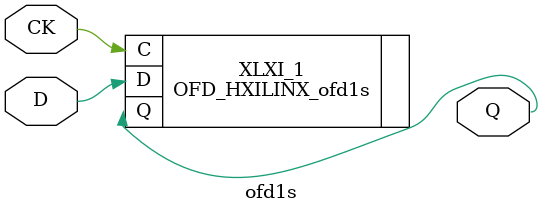
<source format=v>
module ofd1s(CK, 
             D, 
             Q);

    input CK;
    input D;
   output Q;
   
   
   (* HU_SET = "XLXI_1_0" *) 
   OFD_HXILINX_ofd1s #( .INIT(1'b0) ) XLXI_1 (.C(CK), 
                             .D(D), 
                             .Q(Q));
endmodule

</source>
